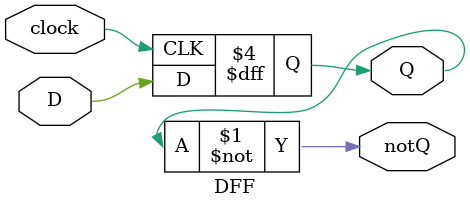
<source format=v>
`timescale 1ns / 1ps


module DFF(
    input D, clock,
    output reg Q,
    output notQ
    );

    assign notQ = ~Q;

    initial begin   
        Q <= 0;
    end
    
    always @(posedge clock) begin
        Q <= D;
    end
endmodule

</source>
